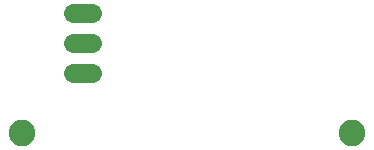
<source format=gbl>
G75*
G70*
%OFA0B0*%
%FSLAX24Y24*%
%IPPOS*%
%LPD*%
%AMOC8*
5,1,8,0,0,1.08239X$1,22.5*
%
%ADD10C,0.0640*%
%ADD11C,0.0886*%
D10*
X003942Y003762D02*
X004582Y003762D01*
X004582Y004762D02*
X003942Y004762D01*
X003942Y005762D02*
X004582Y005762D01*
D11*
X002262Y001762D03*
X013262Y001762D03*
M02*

</source>
